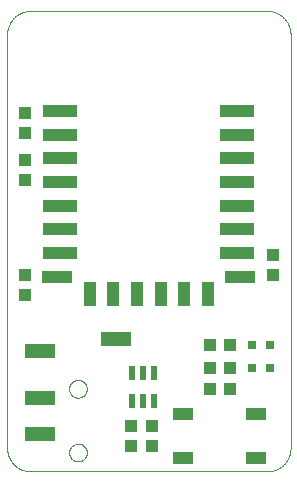
<source format=gtp>
G75*
%MOIN*%
%OFA0B0*%
%FSLAX25Y25*%
%IPPOS*%
%LPD*%
%AMOC8*
5,1,8,0,0,1.08239X$1,22.5*
%
%ADD10C,0.00000*%
%ADD11R,0.03937X0.04331*%
%ADD12R,0.03150X0.03150*%
%ADD13R,0.07087X0.04331*%
%ADD14R,0.02362X0.04724*%
%ADD15R,0.09843X0.04724*%
%ADD16R,0.04331X0.03937*%
%ADD17R,0.03937X0.07874*%
%ADD18R,0.09843X0.03937*%
%ADD19R,0.11811X0.03937*%
D10*
X0009971Y0009124D02*
X0088711Y0009124D01*
X0088901Y0009126D01*
X0089091Y0009133D01*
X0089281Y0009145D01*
X0089471Y0009161D01*
X0089660Y0009181D01*
X0089849Y0009207D01*
X0090037Y0009236D01*
X0090224Y0009271D01*
X0090410Y0009310D01*
X0090595Y0009353D01*
X0090780Y0009401D01*
X0090963Y0009453D01*
X0091144Y0009509D01*
X0091324Y0009570D01*
X0091503Y0009636D01*
X0091680Y0009705D01*
X0091856Y0009779D01*
X0092029Y0009857D01*
X0092201Y0009940D01*
X0092370Y0010026D01*
X0092538Y0010116D01*
X0092703Y0010211D01*
X0092866Y0010309D01*
X0093026Y0010412D01*
X0093184Y0010518D01*
X0093339Y0010628D01*
X0093492Y0010741D01*
X0093642Y0010859D01*
X0093788Y0010980D01*
X0093932Y0011104D01*
X0094073Y0011232D01*
X0094211Y0011363D01*
X0094346Y0011498D01*
X0094477Y0011636D01*
X0094605Y0011777D01*
X0094729Y0011921D01*
X0094850Y0012067D01*
X0094968Y0012217D01*
X0095081Y0012370D01*
X0095191Y0012525D01*
X0095297Y0012683D01*
X0095400Y0012843D01*
X0095498Y0013006D01*
X0095593Y0013171D01*
X0095683Y0013339D01*
X0095769Y0013508D01*
X0095852Y0013680D01*
X0095930Y0013853D01*
X0096004Y0014029D01*
X0096073Y0014206D01*
X0096139Y0014385D01*
X0096200Y0014565D01*
X0096256Y0014746D01*
X0096308Y0014929D01*
X0096356Y0015114D01*
X0096399Y0015299D01*
X0096438Y0015485D01*
X0096473Y0015672D01*
X0096502Y0015860D01*
X0096528Y0016049D01*
X0096548Y0016238D01*
X0096564Y0016428D01*
X0096576Y0016618D01*
X0096583Y0016808D01*
X0096585Y0016998D01*
X0096585Y0154793D01*
X0096583Y0154983D01*
X0096576Y0155173D01*
X0096564Y0155363D01*
X0096548Y0155553D01*
X0096528Y0155742D01*
X0096502Y0155931D01*
X0096473Y0156119D01*
X0096438Y0156306D01*
X0096399Y0156492D01*
X0096356Y0156677D01*
X0096308Y0156862D01*
X0096256Y0157045D01*
X0096200Y0157226D01*
X0096139Y0157406D01*
X0096073Y0157585D01*
X0096004Y0157762D01*
X0095930Y0157938D01*
X0095852Y0158111D01*
X0095769Y0158283D01*
X0095683Y0158452D01*
X0095593Y0158620D01*
X0095498Y0158785D01*
X0095400Y0158948D01*
X0095297Y0159108D01*
X0095191Y0159266D01*
X0095081Y0159421D01*
X0094968Y0159574D01*
X0094850Y0159724D01*
X0094729Y0159870D01*
X0094605Y0160014D01*
X0094477Y0160155D01*
X0094346Y0160293D01*
X0094211Y0160428D01*
X0094073Y0160559D01*
X0093932Y0160687D01*
X0093788Y0160811D01*
X0093642Y0160932D01*
X0093492Y0161050D01*
X0093339Y0161163D01*
X0093184Y0161273D01*
X0093026Y0161379D01*
X0092866Y0161482D01*
X0092703Y0161580D01*
X0092538Y0161675D01*
X0092370Y0161765D01*
X0092201Y0161851D01*
X0092029Y0161934D01*
X0091856Y0162012D01*
X0091680Y0162086D01*
X0091503Y0162155D01*
X0091324Y0162221D01*
X0091144Y0162282D01*
X0090963Y0162338D01*
X0090780Y0162390D01*
X0090595Y0162438D01*
X0090410Y0162481D01*
X0090224Y0162520D01*
X0090037Y0162555D01*
X0089849Y0162584D01*
X0089660Y0162610D01*
X0089471Y0162630D01*
X0089281Y0162646D01*
X0089091Y0162658D01*
X0088901Y0162665D01*
X0088711Y0162667D01*
X0009971Y0162667D01*
X0009781Y0162665D01*
X0009591Y0162658D01*
X0009401Y0162646D01*
X0009211Y0162630D01*
X0009022Y0162610D01*
X0008833Y0162584D01*
X0008645Y0162555D01*
X0008458Y0162520D01*
X0008272Y0162481D01*
X0008087Y0162438D01*
X0007902Y0162390D01*
X0007719Y0162338D01*
X0007538Y0162282D01*
X0007358Y0162221D01*
X0007179Y0162155D01*
X0007002Y0162086D01*
X0006826Y0162012D01*
X0006653Y0161934D01*
X0006481Y0161851D01*
X0006312Y0161765D01*
X0006144Y0161675D01*
X0005979Y0161580D01*
X0005816Y0161482D01*
X0005656Y0161379D01*
X0005498Y0161273D01*
X0005343Y0161163D01*
X0005190Y0161050D01*
X0005040Y0160932D01*
X0004894Y0160811D01*
X0004750Y0160687D01*
X0004609Y0160559D01*
X0004471Y0160428D01*
X0004336Y0160293D01*
X0004205Y0160155D01*
X0004077Y0160014D01*
X0003953Y0159870D01*
X0003832Y0159724D01*
X0003714Y0159574D01*
X0003601Y0159421D01*
X0003491Y0159266D01*
X0003385Y0159108D01*
X0003282Y0158948D01*
X0003184Y0158785D01*
X0003089Y0158620D01*
X0002999Y0158452D01*
X0002913Y0158283D01*
X0002830Y0158111D01*
X0002752Y0157938D01*
X0002678Y0157762D01*
X0002609Y0157585D01*
X0002543Y0157406D01*
X0002482Y0157226D01*
X0002426Y0157045D01*
X0002374Y0156862D01*
X0002326Y0156677D01*
X0002283Y0156492D01*
X0002244Y0156306D01*
X0002209Y0156119D01*
X0002180Y0155931D01*
X0002154Y0155742D01*
X0002134Y0155553D01*
X0002118Y0155363D01*
X0002106Y0155173D01*
X0002099Y0154983D01*
X0002097Y0154793D01*
X0002097Y0016998D01*
X0002099Y0016808D01*
X0002106Y0016618D01*
X0002118Y0016428D01*
X0002134Y0016238D01*
X0002154Y0016049D01*
X0002180Y0015860D01*
X0002209Y0015672D01*
X0002244Y0015485D01*
X0002283Y0015299D01*
X0002326Y0015114D01*
X0002374Y0014929D01*
X0002426Y0014746D01*
X0002482Y0014565D01*
X0002543Y0014385D01*
X0002609Y0014206D01*
X0002678Y0014029D01*
X0002752Y0013853D01*
X0002830Y0013680D01*
X0002913Y0013508D01*
X0002999Y0013339D01*
X0003089Y0013171D01*
X0003184Y0013006D01*
X0003282Y0012843D01*
X0003385Y0012683D01*
X0003491Y0012525D01*
X0003601Y0012370D01*
X0003714Y0012217D01*
X0003832Y0012067D01*
X0003953Y0011921D01*
X0004077Y0011777D01*
X0004205Y0011636D01*
X0004336Y0011498D01*
X0004471Y0011363D01*
X0004609Y0011232D01*
X0004750Y0011104D01*
X0004894Y0010980D01*
X0005040Y0010859D01*
X0005190Y0010741D01*
X0005343Y0010628D01*
X0005498Y0010518D01*
X0005656Y0010412D01*
X0005816Y0010309D01*
X0005979Y0010211D01*
X0006144Y0010116D01*
X0006312Y0010026D01*
X0006481Y0009940D01*
X0006653Y0009857D01*
X0006826Y0009779D01*
X0007002Y0009705D01*
X0007179Y0009636D01*
X0007358Y0009570D01*
X0007538Y0009509D01*
X0007719Y0009453D01*
X0007902Y0009401D01*
X0008087Y0009353D01*
X0008272Y0009310D01*
X0008458Y0009271D01*
X0008645Y0009236D01*
X0008833Y0009207D01*
X0009022Y0009181D01*
X0009211Y0009161D01*
X0009401Y0009145D01*
X0009591Y0009133D01*
X0009781Y0009126D01*
X0009971Y0009124D01*
X0022766Y0015423D02*
X0022768Y0015531D01*
X0022774Y0015640D01*
X0022784Y0015748D01*
X0022798Y0015855D01*
X0022816Y0015962D01*
X0022837Y0016069D01*
X0022863Y0016174D01*
X0022893Y0016279D01*
X0022926Y0016382D01*
X0022963Y0016484D01*
X0023004Y0016584D01*
X0023048Y0016683D01*
X0023097Y0016781D01*
X0023148Y0016876D01*
X0023203Y0016969D01*
X0023262Y0017061D01*
X0023324Y0017150D01*
X0023389Y0017237D01*
X0023457Y0017321D01*
X0023528Y0017403D01*
X0023602Y0017482D01*
X0023679Y0017558D01*
X0023759Y0017632D01*
X0023842Y0017702D01*
X0023927Y0017770D01*
X0024014Y0017834D01*
X0024104Y0017895D01*
X0024196Y0017953D01*
X0024290Y0018007D01*
X0024386Y0018058D01*
X0024483Y0018105D01*
X0024583Y0018149D01*
X0024684Y0018189D01*
X0024786Y0018225D01*
X0024889Y0018257D01*
X0024994Y0018286D01*
X0025100Y0018310D01*
X0025206Y0018331D01*
X0025313Y0018348D01*
X0025421Y0018361D01*
X0025529Y0018370D01*
X0025638Y0018375D01*
X0025746Y0018376D01*
X0025855Y0018373D01*
X0025963Y0018366D01*
X0026071Y0018355D01*
X0026178Y0018340D01*
X0026285Y0018321D01*
X0026391Y0018298D01*
X0026496Y0018272D01*
X0026601Y0018241D01*
X0026703Y0018207D01*
X0026805Y0018169D01*
X0026905Y0018127D01*
X0027004Y0018082D01*
X0027101Y0018033D01*
X0027195Y0017980D01*
X0027288Y0017924D01*
X0027379Y0017865D01*
X0027468Y0017802D01*
X0027554Y0017737D01*
X0027638Y0017668D01*
X0027719Y0017596D01*
X0027797Y0017521D01*
X0027873Y0017443D01*
X0027946Y0017362D01*
X0028016Y0017279D01*
X0028082Y0017194D01*
X0028146Y0017106D01*
X0028206Y0017015D01*
X0028263Y0016923D01*
X0028316Y0016828D01*
X0028366Y0016732D01*
X0028412Y0016634D01*
X0028455Y0016534D01*
X0028494Y0016433D01*
X0028529Y0016330D01*
X0028561Y0016227D01*
X0028588Y0016122D01*
X0028612Y0016016D01*
X0028632Y0015909D01*
X0028648Y0015802D01*
X0028660Y0015694D01*
X0028668Y0015586D01*
X0028672Y0015477D01*
X0028672Y0015369D01*
X0028668Y0015260D01*
X0028660Y0015152D01*
X0028648Y0015044D01*
X0028632Y0014937D01*
X0028612Y0014830D01*
X0028588Y0014724D01*
X0028561Y0014619D01*
X0028529Y0014516D01*
X0028494Y0014413D01*
X0028455Y0014312D01*
X0028412Y0014212D01*
X0028366Y0014114D01*
X0028316Y0014018D01*
X0028263Y0013923D01*
X0028206Y0013831D01*
X0028146Y0013740D01*
X0028082Y0013652D01*
X0028016Y0013567D01*
X0027946Y0013484D01*
X0027873Y0013403D01*
X0027797Y0013325D01*
X0027719Y0013250D01*
X0027638Y0013178D01*
X0027554Y0013109D01*
X0027468Y0013044D01*
X0027379Y0012981D01*
X0027288Y0012922D01*
X0027196Y0012866D01*
X0027101Y0012813D01*
X0027004Y0012764D01*
X0026905Y0012719D01*
X0026805Y0012677D01*
X0026703Y0012639D01*
X0026601Y0012605D01*
X0026496Y0012574D01*
X0026391Y0012548D01*
X0026285Y0012525D01*
X0026178Y0012506D01*
X0026071Y0012491D01*
X0025963Y0012480D01*
X0025855Y0012473D01*
X0025746Y0012470D01*
X0025638Y0012471D01*
X0025529Y0012476D01*
X0025421Y0012485D01*
X0025313Y0012498D01*
X0025206Y0012515D01*
X0025100Y0012536D01*
X0024994Y0012560D01*
X0024889Y0012589D01*
X0024786Y0012621D01*
X0024684Y0012657D01*
X0024583Y0012697D01*
X0024483Y0012741D01*
X0024386Y0012788D01*
X0024290Y0012839D01*
X0024196Y0012893D01*
X0024104Y0012951D01*
X0024014Y0013012D01*
X0023927Y0013076D01*
X0023842Y0013144D01*
X0023759Y0013214D01*
X0023679Y0013288D01*
X0023602Y0013364D01*
X0023528Y0013443D01*
X0023457Y0013525D01*
X0023389Y0013609D01*
X0023324Y0013696D01*
X0023262Y0013785D01*
X0023203Y0013877D01*
X0023148Y0013970D01*
X0023097Y0014065D01*
X0023048Y0014163D01*
X0023004Y0014262D01*
X0022963Y0014362D01*
X0022926Y0014464D01*
X0022893Y0014567D01*
X0022863Y0014672D01*
X0022837Y0014777D01*
X0022816Y0014884D01*
X0022798Y0014991D01*
X0022784Y0015098D01*
X0022774Y0015206D01*
X0022768Y0015315D01*
X0022766Y0015423D01*
X0022766Y0036683D02*
X0022768Y0036791D01*
X0022774Y0036900D01*
X0022784Y0037008D01*
X0022798Y0037115D01*
X0022816Y0037222D01*
X0022837Y0037329D01*
X0022863Y0037434D01*
X0022893Y0037539D01*
X0022926Y0037642D01*
X0022963Y0037744D01*
X0023004Y0037844D01*
X0023048Y0037943D01*
X0023097Y0038041D01*
X0023148Y0038136D01*
X0023203Y0038229D01*
X0023262Y0038321D01*
X0023324Y0038410D01*
X0023389Y0038497D01*
X0023457Y0038581D01*
X0023528Y0038663D01*
X0023602Y0038742D01*
X0023679Y0038818D01*
X0023759Y0038892D01*
X0023842Y0038962D01*
X0023927Y0039030D01*
X0024014Y0039094D01*
X0024104Y0039155D01*
X0024196Y0039213D01*
X0024290Y0039267D01*
X0024386Y0039318D01*
X0024483Y0039365D01*
X0024583Y0039409D01*
X0024684Y0039449D01*
X0024786Y0039485D01*
X0024889Y0039517D01*
X0024994Y0039546D01*
X0025100Y0039570D01*
X0025206Y0039591D01*
X0025313Y0039608D01*
X0025421Y0039621D01*
X0025529Y0039630D01*
X0025638Y0039635D01*
X0025746Y0039636D01*
X0025855Y0039633D01*
X0025963Y0039626D01*
X0026071Y0039615D01*
X0026178Y0039600D01*
X0026285Y0039581D01*
X0026391Y0039558D01*
X0026496Y0039532D01*
X0026601Y0039501D01*
X0026703Y0039467D01*
X0026805Y0039429D01*
X0026905Y0039387D01*
X0027004Y0039342D01*
X0027101Y0039293D01*
X0027195Y0039240D01*
X0027288Y0039184D01*
X0027379Y0039125D01*
X0027468Y0039062D01*
X0027554Y0038997D01*
X0027638Y0038928D01*
X0027719Y0038856D01*
X0027797Y0038781D01*
X0027873Y0038703D01*
X0027946Y0038622D01*
X0028016Y0038539D01*
X0028082Y0038454D01*
X0028146Y0038366D01*
X0028206Y0038275D01*
X0028263Y0038183D01*
X0028316Y0038088D01*
X0028366Y0037992D01*
X0028412Y0037894D01*
X0028455Y0037794D01*
X0028494Y0037693D01*
X0028529Y0037590D01*
X0028561Y0037487D01*
X0028588Y0037382D01*
X0028612Y0037276D01*
X0028632Y0037169D01*
X0028648Y0037062D01*
X0028660Y0036954D01*
X0028668Y0036846D01*
X0028672Y0036737D01*
X0028672Y0036629D01*
X0028668Y0036520D01*
X0028660Y0036412D01*
X0028648Y0036304D01*
X0028632Y0036197D01*
X0028612Y0036090D01*
X0028588Y0035984D01*
X0028561Y0035879D01*
X0028529Y0035776D01*
X0028494Y0035673D01*
X0028455Y0035572D01*
X0028412Y0035472D01*
X0028366Y0035374D01*
X0028316Y0035278D01*
X0028263Y0035183D01*
X0028206Y0035091D01*
X0028146Y0035000D01*
X0028082Y0034912D01*
X0028016Y0034827D01*
X0027946Y0034744D01*
X0027873Y0034663D01*
X0027797Y0034585D01*
X0027719Y0034510D01*
X0027638Y0034438D01*
X0027554Y0034369D01*
X0027468Y0034304D01*
X0027379Y0034241D01*
X0027288Y0034182D01*
X0027196Y0034126D01*
X0027101Y0034073D01*
X0027004Y0034024D01*
X0026905Y0033979D01*
X0026805Y0033937D01*
X0026703Y0033899D01*
X0026601Y0033865D01*
X0026496Y0033834D01*
X0026391Y0033808D01*
X0026285Y0033785D01*
X0026178Y0033766D01*
X0026071Y0033751D01*
X0025963Y0033740D01*
X0025855Y0033733D01*
X0025746Y0033730D01*
X0025638Y0033731D01*
X0025529Y0033736D01*
X0025421Y0033745D01*
X0025313Y0033758D01*
X0025206Y0033775D01*
X0025100Y0033796D01*
X0024994Y0033820D01*
X0024889Y0033849D01*
X0024786Y0033881D01*
X0024684Y0033917D01*
X0024583Y0033957D01*
X0024483Y0034001D01*
X0024386Y0034048D01*
X0024290Y0034099D01*
X0024196Y0034153D01*
X0024104Y0034211D01*
X0024014Y0034272D01*
X0023927Y0034336D01*
X0023842Y0034404D01*
X0023759Y0034474D01*
X0023679Y0034548D01*
X0023602Y0034624D01*
X0023528Y0034703D01*
X0023457Y0034785D01*
X0023389Y0034869D01*
X0023324Y0034956D01*
X0023262Y0035045D01*
X0023203Y0035137D01*
X0023148Y0035230D01*
X0023097Y0035325D01*
X0023048Y0035423D01*
X0023004Y0035522D01*
X0022963Y0035622D01*
X0022926Y0035724D01*
X0022893Y0035827D01*
X0022863Y0035932D01*
X0022837Y0036037D01*
X0022816Y0036144D01*
X0022798Y0036251D01*
X0022784Y0036358D01*
X0022774Y0036466D01*
X0022768Y0036575D01*
X0022766Y0036683D01*
D11*
X0008003Y0067785D03*
X0008003Y0074478D03*
X0069617Y0051447D03*
X0069617Y0043573D03*
X0069617Y0036683D03*
X0076310Y0036683D03*
X0076310Y0043573D03*
X0076310Y0051447D03*
D12*
X0083790Y0051447D03*
X0083790Y0043573D03*
X0089696Y0043573D03*
X0089696Y0051447D03*
D13*
X0085168Y0028219D03*
X0085168Y0013652D03*
X0060759Y0013652D03*
X0060759Y0028219D03*
D14*
X0051113Y0032746D03*
X0047373Y0032746D03*
X0043633Y0032746D03*
X0043633Y0041801D03*
X0047373Y0041801D03*
X0051113Y0041801D03*
D15*
X0038515Y0053219D03*
X0012924Y0049281D03*
X0012924Y0033533D03*
X0012924Y0021722D03*
D16*
X0043436Y0024281D03*
X0043436Y0017589D03*
X0050326Y0017589D03*
X0050326Y0024281D03*
X0090680Y0074675D03*
X0090680Y0081368D03*
X0008003Y0106171D03*
X0008003Y0112864D03*
X0008003Y0121919D03*
X0008003Y0128612D03*
D17*
X0029656Y0068179D03*
X0037530Y0068179D03*
X0045404Y0068179D03*
X0053278Y0068179D03*
X0061152Y0068179D03*
X0069026Y0068179D03*
D18*
X0079853Y0074085D03*
X0018830Y0074085D03*
D19*
X0019814Y0081959D03*
X0019814Y0089833D03*
X0019814Y0097707D03*
X0019814Y0105581D03*
X0019814Y0113455D03*
X0019814Y0121329D03*
X0019814Y0129203D03*
X0078869Y0129203D03*
X0078869Y0121329D03*
X0078869Y0113455D03*
X0078869Y0105581D03*
X0078869Y0097707D03*
X0078869Y0089833D03*
X0078869Y0081959D03*
M02*

</source>
